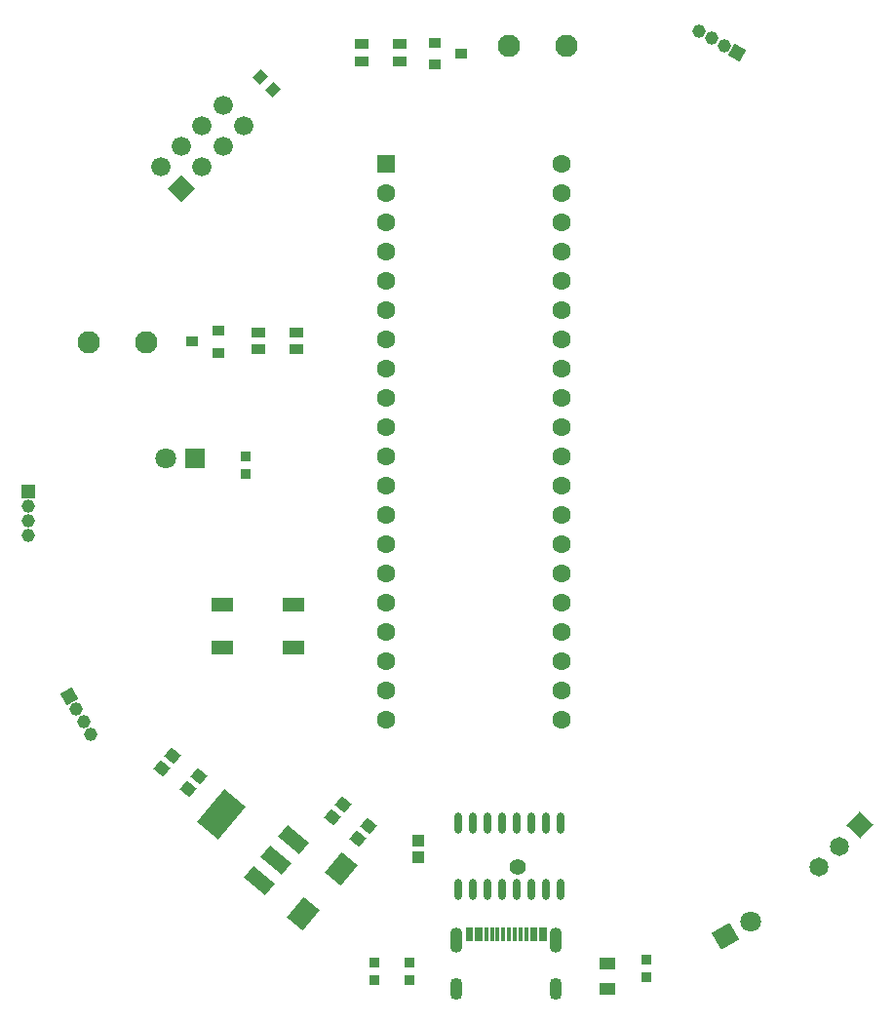
<source format=gts>
G04*
G04 #@! TF.GenerationSoftware,Altium Limited,Altium Designer,24.6.1 (21)*
G04*
G04 Layer_Color=8388736*
%FSLAX25Y25*%
%MOIN*%
G70*
G04*
G04 #@! TF.SameCoordinates,810A1A35-3EFD-48DE-86EF-F02317520920*
G04*
G04*
G04 #@! TF.FilePolarity,Negative*
G04*
G01*
G75*
G04:AMPARAMS|DCode=27|XSize=90.61mil|YSize=70.93mil|CornerRadius=0mil|HoleSize=0mil|Usage=FLASHONLY|Rotation=230.000|XOffset=0mil|YOffset=0mil|HoleType=Round|Shape=Rectangle|*
%AMROTATEDRECTD27*
4,1,4,0.00196,0.05750,0.05629,0.01191,-0.00196,-0.05750,-0.05629,-0.01191,0.00196,0.05750,0.0*
%
%ADD27ROTATEDRECTD27*%

%ADD28O,0.02605X0.07270*%
%ADD29R,0.01575X0.04921*%
%ADD30R,0.04337X0.03550*%
%ADD31R,0.04537X0.03553*%
%ADD32R,0.07487X0.04731*%
%ADD33R,0.03802X0.03575*%
G04:AMPARAMS|DCode=34|XSize=35.75mil|YSize=38.02mil|CornerRadius=0mil|HoleSize=0mil|Usage=FLASHONLY|Rotation=135.000|XOffset=0mil|YOffset=0mil|HoleType=Round|Shape=Rectangle|*
%AMROTATEDRECTD34*
4,1,4,0.02608,0.00080,-0.00080,-0.02608,-0.02608,-0.00080,0.00080,0.02608,0.02608,0.00080,0.0*
%
%ADD34ROTATEDRECTD34*%

G04:AMPARAMS|DCode=35|XSize=145.8mil|YSize=94.61mil|CornerRadius=0mil|HoleSize=0mil|Usage=FLASHONLY|Rotation=50.000|XOffset=0mil|YOffset=0mil|HoleType=Round|Shape=Rectangle|*
%AMROTATEDRECTD35*
4,1,4,-0.01062,-0.08625,-0.08310,-0.02543,0.01062,0.08625,0.08310,0.02543,-0.01062,-0.08625,0.0*
%
%ADD35ROTATEDRECTD35*%

G04:AMPARAMS|DCode=36|XSize=51.31mil|YSize=94.61mil|CornerRadius=0mil|HoleSize=0mil|Usage=FLASHONLY|Rotation=50.000|XOffset=0mil|YOffset=0mil|HoleType=Round|Shape=Rectangle|*
%AMROTATEDRECTD36*
4,1,4,0.01975,-0.05006,-0.05273,0.01076,-0.01975,0.05006,0.05273,-0.01076,0.01975,-0.05006,0.0*
%
%ADD36ROTATEDRECTD36*%

G04:AMPARAMS|DCode=37|XSize=39.5mil|YSize=43.43mil|CornerRadius=0mil|HoleSize=0mil|Usage=FLASHONLY|Rotation=50.000|XOffset=0mil|YOffset=0mil|HoleType=Round|Shape=Rectangle|*
%AMROTATEDRECTD37*
4,1,4,0.00394,-0.02909,-0.02933,-0.00117,-0.00394,0.02909,0.02933,0.00117,0.00394,-0.02909,0.0*
%
%ADD37ROTATEDRECTD37*%

%ADD38R,0.04343X0.03950*%
%ADD39R,0.05321X0.04337*%
G04:AMPARAMS|DCode=40|XSize=70.93mil|YSize=66mil|CornerRadius=0mil|HoleSize=0mil|Usage=FLASHONLY|Rotation=30.000|XOffset=0mil|YOffset=0mil|HoleType=Round|Shape=Rectangle|*
%AMROTATEDRECTD40*
4,1,4,-0.01421,-0.04631,-0.04721,0.01085,0.01421,0.04631,0.04721,-0.01085,-0.01421,-0.04631,0.0*
%
%ADD40ROTATEDRECTD40*%

%ADD41C,0.07093*%
%ADD42C,0.06506*%
%ADD43P,0.09200X4X91.0*%
%ADD44O,0.04331X0.08662*%
%ADD45O,0.04331X0.07480*%
%ADD46C,0.07687*%
%ADD47R,0.04537X0.04537*%
%ADD48C,0.04537*%
%ADD49P,0.06416X4X345.0*%
%ADD50P,0.06416X4X195.0*%
%ADD51P,0.09334X4X90.0*%
%ADD52C,0.06600*%
%ADD53C,0.06307*%
%ADD54R,0.06307X0.06307*%
%ADD55R,0.07093X0.06600*%
%ADD56C,0.05600*%
D27*
X-58508Y-131763D02*
D03*
X-71492Y-147237D02*
D03*
D28*
X-18500Y-116382D02*
D03*
X-3500Y-139000D02*
D03*
X6500D02*
D03*
X1500D02*
D03*
X-13500D02*
D03*
X-8500D02*
D03*
X-18500D02*
D03*
X11500D02*
D03*
X16500D02*
D03*
X-13500Y-116382D02*
D03*
X-8500D02*
D03*
X-3500D02*
D03*
X1500D02*
D03*
X6500D02*
D03*
X11500D02*
D03*
X16500D02*
D03*
D29*
X-15189Y-154159D02*
D03*
X-14008D02*
D03*
X-12039D02*
D03*
X-10858D02*
D03*
X-8890D02*
D03*
X-6921D02*
D03*
X-4953D02*
D03*
X-2984D02*
D03*
X-1016D02*
D03*
X953D02*
D03*
X2921D02*
D03*
X4890D02*
D03*
X6858D02*
D03*
X8039D02*
D03*
X10008D02*
D03*
X11189D02*
D03*
D30*
X-26335Y150561D02*
D03*
X-17279Y146821D02*
D03*
X-26335Y143081D02*
D03*
X-100274Y44547D02*
D03*
X-109329Y48287D02*
D03*
X-100274Y52027D02*
D03*
D31*
X-51307Y144197D02*
D03*
Y150102D02*
D03*
X-38307D02*
D03*
Y144197D02*
D03*
X-73802Y51569D02*
D03*
X-86802Y45663D02*
D03*
X-73802D02*
D03*
X-86802Y51569D02*
D03*
D32*
X-99205Y-41717D02*
D03*
X-74795D02*
D03*
X-99205Y-56283D02*
D03*
X-74795D02*
D03*
D33*
X-35000Y-169966D02*
D03*
Y-164034D02*
D03*
X-91000Y8966D02*
D03*
Y3034D02*
D03*
X46000Y-168966D02*
D03*
Y-163034D02*
D03*
X-47000Y-164034D02*
D03*
Y-169966D02*
D03*
D34*
X-81903Y134403D02*
D03*
X-86097Y138597D02*
D03*
D35*
X-99346Y-113158D02*
D03*
D36*
X-80654Y-128842D02*
D03*
X-74834Y-121905D02*
D03*
X-86475Y-135779D02*
D03*
D37*
X-107228Y-100389D02*
D03*
X-116228Y-93389D02*
D03*
X-52772Y-121611D02*
D03*
X-61272Y-114111D02*
D03*
X-49228Y-117389D02*
D03*
X-57728Y-109889D02*
D03*
X-110771Y-104611D02*
D03*
X-119771Y-97611D02*
D03*
D38*
X-32000Y-127756D02*
D03*
Y-122244D02*
D03*
D39*
X32500Y-164169D02*
D03*
Y-172831D02*
D03*
D40*
X73056Y-154853D02*
D03*
D41*
X81716Y-149853D02*
D03*
X-118500Y8500D02*
D03*
D42*
X111927Y-124097D02*
D03*
X104980Y-131291D02*
D03*
D43*
X118873Y-116904D02*
D03*
D44*
X-19008Y-156384D02*
D03*
X15008D02*
D03*
D45*
X-19008Y-172841D02*
D03*
X15008D02*
D03*
D46*
X-1180Y149266D02*
D03*
X18505D02*
D03*
X-125109Y48000D02*
D03*
X-144794D02*
D03*
D47*
X-165543Y-3000D02*
D03*
D48*
Y-8000D02*
D03*
Y-13000D02*
D03*
Y-18000D02*
D03*
X-149071Y-77259D02*
D03*
X-146571Y-81589D02*
D03*
X-144071Y-85919D02*
D03*
X72705Y149464D02*
D03*
X68375Y151964D02*
D03*
X64045Y154464D02*
D03*
D49*
X-151571Y-72929D02*
D03*
D50*
X77036Y146964D02*
D03*
D51*
X-113071Y100858D02*
D03*
D52*
X-120142Y107929D02*
D03*
X-106000D02*
D03*
X-113071Y115000D02*
D03*
X-98929D02*
D03*
X-106000Y122071D02*
D03*
X-91858D02*
D03*
X-98929Y129142D02*
D03*
D53*
X-43000Y-41000D02*
D03*
Y-31000D02*
D03*
X17000Y69000D02*
D03*
Y-41000D02*
D03*
X-43000Y-1000D02*
D03*
Y19000D02*
D03*
Y39000D02*
D03*
Y49000D02*
D03*
Y59000D02*
D03*
X17000Y79000D02*
D03*
X-43000Y69000D02*
D03*
X17000Y109000D02*
D03*
Y-21000D02*
D03*
Y-31000D02*
D03*
Y99000D02*
D03*
Y89000D02*
D03*
Y59000D02*
D03*
Y49000D02*
D03*
Y39000D02*
D03*
Y29000D02*
D03*
Y19000D02*
D03*
Y9000D02*
D03*
Y-1000D02*
D03*
Y-11000D02*
D03*
Y-51000D02*
D03*
Y-61000D02*
D03*
Y-71000D02*
D03*
Y-81000D02*
D03*
X-43000D02*
D03*
Y-71000D02*
D03*
Y-61000D02*
D03*
Y-51000D02*
D03*
Y-21000D02*
D03*
Y-11000D02*
D03*
Y9000D02*
D03*
Y29000D02*
D03*
Y79000D02*
D03*
Y89000D02*
D03*
Y99000D02*
D03*
D54*
Y109000D02*
D03*
D55*
X-108500Y8500D02*
D03*
D56*
X1800Y-131200D02*
D03*
M02*

</source>
